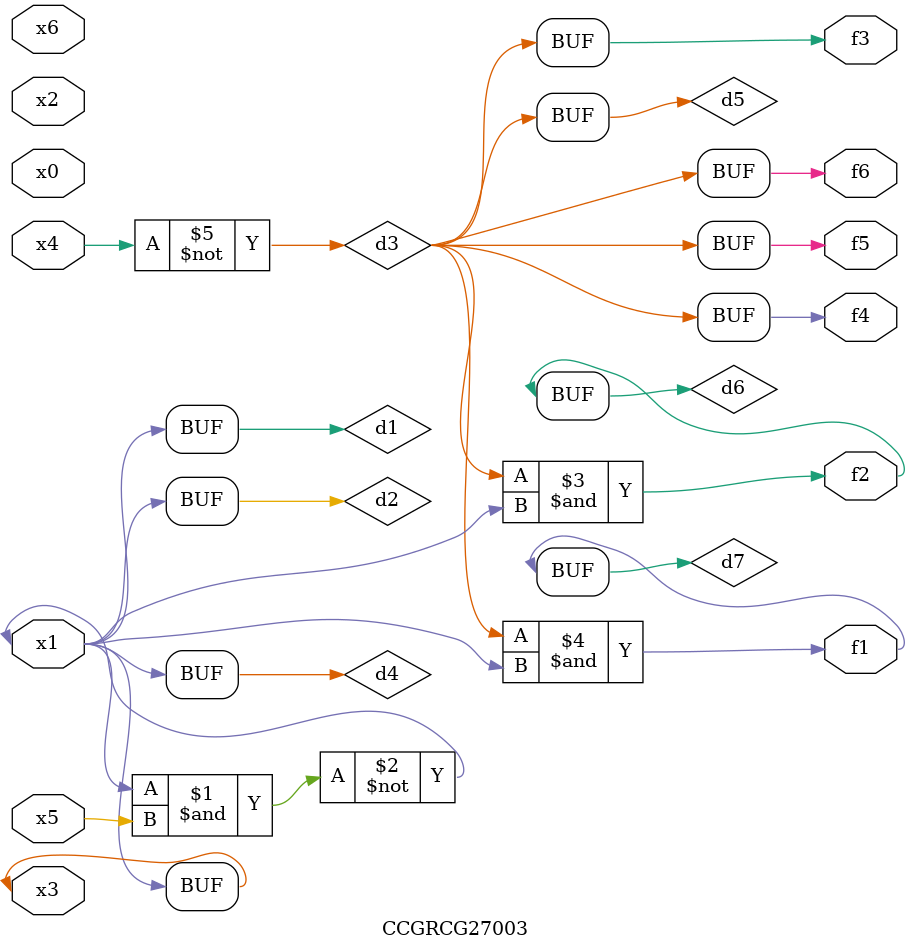
<source format=v>
module CCGRCG27003(
	input x0, x1, x2, x3, x4, x5, x6,
	output f1, f2, f3, f4, f5, f6
);

	wire d1, d2, d3, d4, d5, d6, d7;

	buf (d1, x1, x3);
	nand (d2, x1, x5);
	not (d3, x4);
	buf (d4, d1, d2);
	buf (d5, d3);
	and (d6, d3, d4);
	and (d7, d3, d4);
	assign f1 = d7;
	assign f2 = d6;
	assign f3 = d5;
	assign f4 = d5;
	assign f5 = d5;
	assign f6 = d5;
endmodule

</source>
